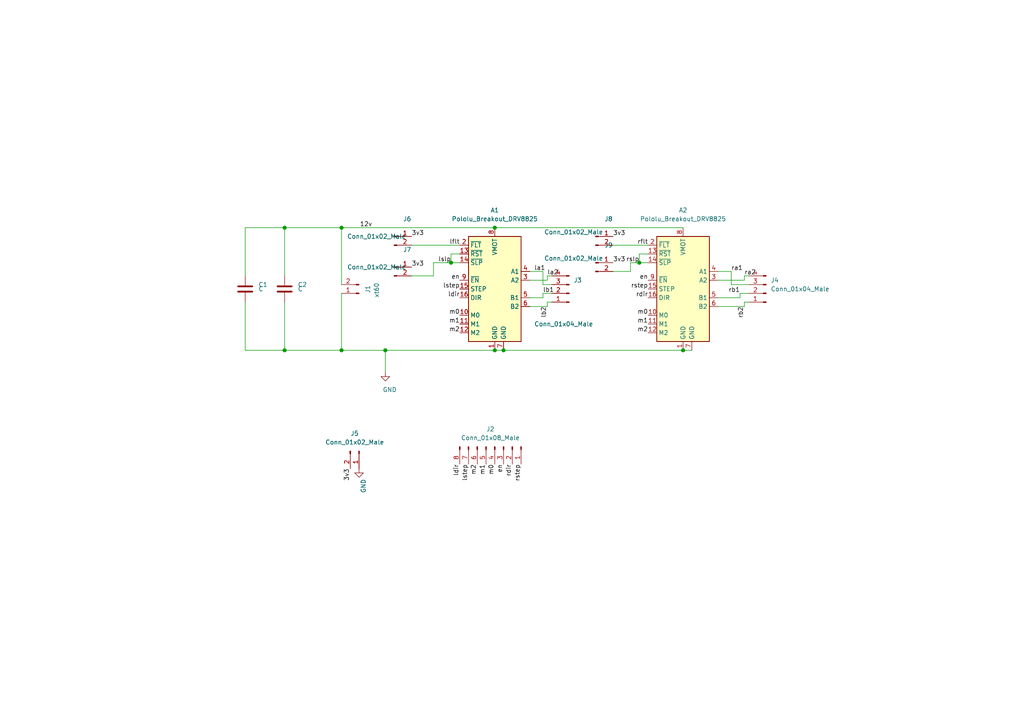
<source format=kicad_sch>
(kicad_sch (version 20201015) (generator eeschema)
  (page 1 1)
  (paper "A4")
  (lib_symbols
    (symbol "Connector:Conn_01x02_Male" (pin_names (offset 1.016) hide)
      (property "Reference" "J" (at 0 2.54 0))
      (property "Value" "Conn_01x02_Male" (at 0 -5.08 0))
      (symbol "Conn_01x02_Male_1_1"
        (rectangle (start 0.8636 -2.413) (end 0 -2.667) (stroke (width 0.1524)) (fill (type outline)))
        (rectangle (start 0.8636 0.127) (end 0 -0.127) (stroke (width 0.1524)) (fill (type outline)))
        (polyline (pts (xy 1.27 -2.54) (xy 0.8636 -2.54)) (stroke (width 0.1524)))
        (polyline (pts (xy 1.27 0) (xy 0.8636 0)) (stroke (width 0.1524)))
        (pin passive line (at 5.08 0 180) (length 3.81) (name "Pin_1") (number "1"))
        (pin passive line (at 5.08 -2.54 180) (length 3.81) (name "Pin_2") (number "2"))
      )
    )
    (symbol "Connector:Conn_01x04_Male" (pin_names (offset 1.016) hide)
      (property "Reference" "J" (at 0 5.08 0))
      (property "Value" "Conn_01x04_Male" (at 0 -7.62 0))
      (symbol "Conn_01x04_Male_1_1"
        (rectangle (start 0.8636 -4.953) (end 0 -5.207) (stroke (width 0.1524)) (fill (type outline)))
        (rectangle (start 0.8636 -2.413) (end 0 -2.667) (stroke (width 0.1524)) (fill (type outline)))
        (rectangle (start 0.8636 0.127) (end 0 -0.127) (stroke (width 0.1524)) (fill (type outline)))
        (rectangle (start 0.8636 2.667) (end 0 2.413) (stroke (width 0.1524)) (fill (type outline)))
        (polyline (pts (xy 1.27 -5.08) (xy 0.8636 -5.08)) (stroke (width 0.1524)))
        (polyline (pts (xy 1.27 -2.54) (xy 0.8636 -2.54)) (stroke (width 0.1524)))
        (polyline (pts (xy 1.27 0) (xy 0.8636 0)) (stroke (width 0.1524)))
        (polyline (pts (xy 1.27 2.54) (xy 0.8636 2.54)) (stroke (width 0.1524)))
        (pin passive line (at 5.08 2.54 180) (length 3.81) (name "Pin_1") (number "1"))
        (pin passive line (at 5.08 0 180) (length 3.81) (name "Pin_2") (number "2"))
        (pin passive line (at 5.08 -2.54 180) (length 3.81) (name "Pin_3") (number "3"))
        (pin passive line (at 5.08 -5.08 180) (length 3.81) (name "Pin_4") (number "4"))
      )
    )
    (symbol "Connector:Conn_01x08_Male" (pin_names (offset 1.016) hide)
      (property "Reference" "J" (at 0 10.16 0))
      (property "Value" "Conn_01x08_Male" (at 0 -12.7 0))
      (symbol "Conn_01x08_Male_1_1"
        (rectangle (start 0.8636 -10.033) (end 0 -10.287) (stroke (width 0.1524)) (fill (type outline)))
        (rectangle (start 0.8636 -7.493) (end 0 -7.747) (stroke (width 0.1524)) (fill (type outline)))
        (rectangle (start 0.8636 -4.953) (end 0 -5.207) (stroke (width 0.1524)) (fill (type outline)))
        (rectangle (start 0.8636 -2.413) (end 0 -2.667) (stroke (width 0.1524)) (fill (type outline)))
        (rectangle (start 0.8636 0.127) (end 0 -0.127) (stroke (width 0.1524)) (fill (type outline)))
        (rectangle (start 0.8636 2.667) (end 0 2.413) (stroke (width 0.1524)) (fill (type outline)))
        (rectangle (start 0.8636 5.207) (end 0 4.953) (stroke (width 0.1524)) (fill (type outline)))
        (rectangle (start 0.8636 7.747) (end 0 7.493) (stroke (width 0.1524)) (fill (type outline)))
        (polyline (pts (xy 1.27 -10.16) (xy 0.8636 -10.16)) (stroke (width 0.1524)))
        (polyline (pts (xy 1.27 -7.62) (xy 0.8636 -7.62)) (stroke (width 0.1524)))
        (polyline (pts (xy 1.27 -5.08) (xy 0.8636 -5.08)) (stroke (width 0.1524)))
        (polyline (pts (xy 1.27 -2.54) (xy 0.8636 -2.54)) (stroke (width 0.1524)))
        (polyline (pts (xy 1.27 0) (xy 0.8636 0)) (stroke (width 0.1524)))
        (polyline (pts (xy 1.27 2.54) (xy 0.8636 2.54)) (stroke (width 0.1524)))
        (polyline (pts (xy 1.27 5.08) (xy 0.8636 5.08)) (stroke (width 0.1524)))
        (polyline (pts (xy 1.27 7.62) (xy 0.8636 7.62)) (stroke (width 0.1524)))
        (pin passive line (at 5.08 7.62 180) (length 3.81) (name "Pin_1") (number "1"))
        (pin passive line (at 5.08 5.08 180) (length 3.81) (name "Pin_2") (number "2"))
        (pin passive line (at 5.08 2.54 180) (length 3.81) (name "Pin_3") (number "3"))
        (pin passive line (at 5.08 0 180) (length 3.81) (name "Pin_4") (number "4"))
        (pin passive line (at 5.08 -2.54 180) (length 3.81) (name "Pin_5") (number "5"))
        (pin passive line (at 5.08 -5.08 180) (length 3.81) (name "Pin_6") (number "6"))
        (pin passive line (at 5.08 -7.62 180) (length 3.81) (name "Pin_7") (number "7"))
        (pin passive line (at 5.08 -10.16 180) (length 3.81) (name "Pin_8") (number "8"))
      )
    )
    (symbol "Device:C" (pin_numbers hide) (pin_names (offset 0.254))
      (property "Reference" "C" (at 0.635 2.54 0))
      (property "Value" "C" (at 0.635 -2.54 0))
      (symbol "C_0_1"
        (polyline (pts (xy -2.032 -0.762) (xy 2.032 -0.762)) (stroke (width 0.508)))
        (polyline (pts (xy -2.032 0.762) (xy 2.032 0.762)) (stroke (width 0.508)))
      )
      (symbol "C_1_1"
        (pin passive line (at 0 3.81 270) (length 2.794) (name "~") (number "1"))
        (pin passive line (at 0 -3.81 90) (length 2.794) (name "~") (number "2"))
      )
    )
    (symbol "Driver_Motor:Pololu_Breakout_DRV8825"
      (property "Reference" "A" (at -2.54 16.51 0))
      (property "Value" "Pololu_Breakout_DRV8825" (at -2.54 13.97 0))
      (symbol "Pololu_Breakout_DRV8825_0_1"
        (rectangle (start 7.62 -17.78) (end -7.62 12.7) (stroke (width 0.254)) (fill (type background)))
      )
      (symbol "Pololu_Breakout_DRV8825_1_1"
        (pin power_in line (at 0 -20.32 90) (length 2.54) (name "GND") (number "1"))
        (pin input line (at -10.16 -10.16 0) (length 2.54) (name "M0") (number "10"))
        (pin input line (at -10.16 -12.7 0) (length 2.54) (name "M1") (number "11"))
        (pin input line (at -10.16 -15.24 0) (length 2.54) (name "M2") (number "12"))
        (pin input line (at -10.16 7.62 0) (length 2.54) (name "~RST") (number "13"))
        (pin input line (at -10.16 5.08 0) (length 2.54) (name "~SLP") (number "14"))
        (pin input line (at -10.16 -2.54 0) (length 2.54) (name "STEP") (number "15"))
        (pin input line (at -10.16 -5.08 0) (length 2.54) (name "DIR") (number "16"))
        (pin output line (at -10.16 10.16 0) (length 2.54) (name "~FLT") (number "2"))
        (pin output line (at 10.16 0 180) (length 2.54) (name "A2") (number "3"))
        (pin output line (at 10.16 2.54 180) (length 2.54) (name "A1") (number "4"))
        (pin output line (at 10.16 -5.08 180) (length 2.54) (name "B1") (number "5"))
        (pin output line (at 10.16 -7.62 180) (length 2.54) (name "B2") (number "6"))
        (pin power_in line (at 2.54 -20.32 90) (length 2.54) (name "GND") (number "7"))
        (pin power_in line (at 0 15.24 270) (length 2.54) (name "VMOT") (number "8"))
        (pin input line (at -10.16 0 0) (length 2.54) (name "~EN") (number "9"))
      )
    )
    (symbol "power:GND" (power) (pin_names (offset 0))
      (property "Value" "GND" (at 0 -3.81 0))
      (symbol "GND_0_1"
        (polyline (pts (xy 0 0) (xy 0 -1.27) (xy 1.27 -1.27) (xy 0 -2.54) (xy -1.27 -1.27) (xy 0 -1.27)))
      )
      (symbol "GND_1_1"
        (pin power_in line (at 0 0 270) (length 0) hide (name "GND") (number "1"))
      )
    )
  )
  (junction (at 82.55 66.04) (diameter 1.016))
  (junction (at 82.55 101.6) (diameter 1.016))
  (junction (at 99.06 66.04) (diameter 1.016))
  (junction (at 99.06 101.6) (diameter 1.016))
  (junction (at 111.76 101.6) (diameter 1.016))
  (junction (at 130.81 76.2) (diameter 1.016))
  (junction (at 143.51 66.04) (diameter 1.016))
  (junction (at 143.51 101.6) (diameter 1.016))
  (junction (at 146.05 101.6) (diameter 1.016))
  (junction (at 185.42 76.2) (diameter 1.016))
  (junction (at 198.12 101.6) (diameter 1.016))
  (wire (pts (xy 71.12 66.04) (xy 82.55 66.04)))
  (wire (pts (xy 71.12 80.01) (xy 71.12 66.04)))
  (wire (pts (xy 71.12 87.63) (xy 71.12 101.6)))
  (wire (pts (xy 71.12 101.6) (xy 82.55 101.6)))
  (wire (pts (xy 82.55 66.04) (xy 82.55 80.01)))
  (wire (pts (xy 82.55 66.04) (xy 99.06 66.04)))
  (wire (pts (xy 82.55 87.63) (xy 82.55 101.6)))
  (wire (pts (xy 82.55 101.6) (xy 99.06 101.6)))
  (wire (pts (xy 99.06 66.04) (xy 99.06 82.55)))
  (wire (pts (xy 99.06 66.04) (xy 143.51 66.04)))
  (wire (pts (xy 99.06 85.09) (xy 99.06 101.6)))
  (wire (pts (xy 99.06 101.6) (xy 111.76 101.6)))
  (wire (pts (xy 111.76 101.6) (xy 111.76 107.95)))
  (wire (pts (xy 111.76 101.6) (xy 143.51 101.6)))
  (wire (pts (xy 119.38 71.12) (xy 133.35 71.12)))
  (wire (pts (xy 119.38 80.01) (xy 125.73 80.01)))
  (wire (pts (xy 125.73 76.2) (xy 130.81 76.2)))
  (wire (pts (xy 125.73 80.01) (xy 125.73 76.2)))
  (wire (pts (xy 130.81 73.66) (xy 130.81 76.2)))
  (wire (pts (xy 130.81 73.66) (xy 133.35 73.66)))
  (wire (pts (xy 133.35 76.2) (xy 130.81 76.2)))
  (wire (pts (xy 143.51 66.04) (xy 198.12 66.04)))
  (wire (pts (xy 143.51 101.6) (xy 146.05 101.6)))
  (wire (pts (xy 146.05 101.6) (xy 198.12 101.6)))
  (wire (pts (xy 153.67 78.74) (xy 157.48 78.74)))
  (wire (pts (xy 153.67 88.9) (xy 158.75 88.9)))
  (wire (pts (xy 157.48 82.55) (xy 157.48 78.74)))
  (wire (pts (xy 157.48 82.55) (xy 160.02 82.55)))
  (wire (pts (xy 157.48 85.09) (xy 157.48 86.36)))
  (wire (pts (xy 157.48 86.36) (xy 153.67 86.36)))
  (wire (pts (xy 158.75 80.01) (xy 158.75 81.28)))
  (wire (pts (xy 158.75 81.28) (xy 153.67 81.28)))
  (wire (pts (xy 158.75 87.63) (xy 160.02 87.63)))
  (wire (pts (xy 158.75 88.9) (xy 158.75 87.63)))
  (wire (pts (xy 160.02 80.01) (xy 158.75 80.01)))
  (wire (pts (xy 160.02 85.09) (xy 157.48 85.09)))
  (wire (pts (xy 177.8 71.12) (xy 187.96 71.12)))
  (wire (pts (xy 177.8 78.74) (xy 182.88 78.74)))
  (wire (pts (xy 182.88 76.2) (xy 185.42 76.2)))
  (wire (pts (xy 182.88 78.74) (xy 182.88 76.2)))
  (wire (pts (xy 185.42 73.66) (xy 185.42 76.2)))
  (wire (pts (xy 185.42 73.66) (xy 187.96 73.66)))
  (wire (pts (xy 185.42 76.2) (xy 187.96 76.2)))
  (wire (pts (xy 198.12 101.6) (xy 200.66 101.6)))
  (wire (pts (xy 208.28 88.9) (xy 215.9 88.9)))
  (wire (pts (xy 212.09 78.74) (xy 208.28 78.74)))
  (wire (pts (xy 212.09 82.55) (xy 212.09 78.74)))
  (wire (pts (xy 212.09 82.55) (xy 217.17 82.55)))
  (wire (pts (xy 214.63 85.09) (xy 214.63 86.36)))
  (wire (pts (xy 214.63 86.36) (xy 208.28 86.36)))
  (wire (pts (xy 215.9 80.01) (xy 215.9 81.28)))
  (wire (pts (xy 215.9 81.28) (xy 208.28 81.28)))
  (wire (pts (xy 215.9 87.63) (xy 217.17 87.63)))
  (wire (pts (xy 215.9 88.9) (xy 215.9 87.63)))
  (wire (pts (xy 217.17 80.01) (xy 215.9 80.01)))
  (wire (pts (xy 217.17 85.09) (xy 214.63 85.09)))
  (label "3v3" (at 101.6 135.89 270))
  (label "12v" (at 107.95 66.04 180))
  (label "3v3" (at 119.38 68.58 0))
  (label "3v3" (at 119.38 77.47 0))
  (label "lslp" (at 130.81 76.2 180))
  (label "lflt" (at 133.35 71.12 180))
  (label "en" (at 133.35 81.28 180))
  (label "lstep" (at 133.35 83.82 180))
  (label "ldir" (at 133.35 86.36 180))
  (label "m0" (at 133.35 91.44 180))
  (label "m1" (at 133.35 93.98 180))
  (label "m2" (at 133.35 96.52 180))
  (label "ldir" (at 133.35 134.62 270))
  (label "lstep" (at 135.89 134.62 270))
  (label "m2" (at 138.43 134.62 270))
  (label "m1" (at 140.97 134.62 270))
  (label "m0" (at 143.51 134.62 270))
  (label "en" (at 146.05 134.62 270))
  (label "rdir" (at 148.59 134.62 270))
  (label "rstep" (at 151.13 134.62 270))
  (label "la1" (at 154.94 78.74 0))
  (label "lb1" (at 157.48 85.09 0))
  (label "la2" (at 158.75 80.01 0))
  (label "lb2" (at 158.75 88.9 270))
  (label "3v3" (at 177.8 68.58 0))
  (label "3v3" (at 177.8 76.2 0))
  (label "rslp" (at 185.42 76.2 180))
  (label "rflt" (at 187.96 71.12 180))
  (label "en" (at 187.96 81.28 180))
  (label "rstep" (at 187.96 83.82 180))
  (label "rdir" (at 187.96 86.36 180))
  (label "m0" (at 187.96 91.44 180))
  (label "m1" (at 187.96 93.98 180))
  (label "m2" (at 187.96 96.52 180))
  (label "ra1" (at 212.09 78.74 0))
  (label "rb1" (at 214.63 85.09 180))
  (label "ra2" (at 215.9 80.01 0))
  (label "rb2" (at 215.9 88.9 270))
  (symbol (lib_id "power:GND") (at 104.14 135.89 0) (unit 1)
    (property "Reference" "#PWR0101" (effects hide))
    (property "Value" "GND" (at 105.41 140.97 90))
  )
  (symbol (lib_id "power:GND") (at 111.76 107.95 0) (unit 1)
    (property "Reference" "#PWR01" (effects hide))
    (property "Value" "GND" (at 113.03 113.03 0))
  )
  (symbol (lib_id "Connector:Conn_01x02_Male") (at 104.14 85.09 180) (unit 1)
    (property "Reference" "J1" (at 106.68 85.09 90) (effects (justify right)))
    (property "Value" "xt60" (at 109.22 86.36 90) (effects (justify right)))
    (property "Footprint" "Connector_AMASS:AMASS_XT60-M_1x02_P7.20mm_Vertical" (effects hide))
  )
  (symbol (lib_id "Connector:Conn_01x02_Male") (at 104.14 130.81 270) (unit 1)
    (property "Reference" "J5" (at 102.87 125.73 90))
    (property "Value" "Conn_01x02_Male" (at 102.87 128.27 90))
    (property "Footprint" "Connector_PinHeader_2.54mm:PinHeader_1x02_P2.54mm_Vertical" (effects hide))
  )
  (symbol (lib_id "Connector:Conn_01x02_Male") (at 114.3 68.58 0) (unit 1)
    (property "Reference" "J6" (at 118.11 63.5 0))
    (property "Value" "Conn_01x02_Male" (at 109.22 68.58 0))
    (property "Footprint" "Connector_PinHeader_2.54mm:PinHeader_1x02_P2.54mm_Vertical" (effects hide))
  )
  (symbol (lib_id "Connector:Conn_01x02_Male") (at 114.3 77.47 0) (unit 1)
    (property "Reference" "J7" (at 118.11 72.39 0))
    (property "Value" "Conn_01x02_Male" (at 109.22 77.47 0))
    (property "Footprint" "Connector_PinHeader_2.54mm:PinHeader_1x02_P2.54mm_Vertical" (effects hide))
  )
  (symbol (lib_id "Connector:Conn_01x02_Male") (at 172.72 68.58 0) (unit 1)
    (property "Reference" "J8" (at 176.53 63.5 0))
    (property "Value" "Conn_01x02_Male" (at 166.37 67.31 0))
    (property "Footprint" "Connector_PinHeader_2.54mm:PinHeader_1x02_P2.54mm_Vertical" (effects hide))
  )
  (symbol (lib_id "Connector:Conn_01x02_Male") (at 172.72 76.2 0) (unit 1)
    (property "Reference" "J9" (at 176.53 71.12 0))
    (property "Value" "Conn_01x02_Male" (at 166.37 74.93 0))
    (property "Footprint" "Connector_PinHeader_2.54mm:PinHeader_1x02_P2.54mm_Vertical" (effects hide))
  )
  (symbol (lib_id "Device:C") (at 71.12 83.82 0) (unit 1)
    (property "Reference" "C1" (at 74.93 82.55 0) (effects (justify left)))
    (property "Value" "C" (at 74.93 83.82 0) (effects (justify left)))
    (property "Footprint" "Capacitor_THT:CP_Radial_D8.0mm_P2.50mm" (effects hide))
  )
  (symbol (lib_id "Device:C") (at 82.55 83.82 0) (unit 1)
    (property "Reference" "C2" (at 86.36 82.55 0) (effects (justify left)))
    (property "Value" "C" (at 86.36 83.82 0) (effects (justify left)))
    (property "Footprint" "Capacitor_THT:CP_Radial_D8.0mm_P2.50mm" (effects hide))
  )
  (symbol (lib_id "Connector:Conn_01x04_Male") (at 165.1 85.09 180) (unit 1)
    (property "Reference" "J3" (at 166.37 81.28 0) (effects (justify right)))
    (property "Value" "Conn_01x04_Male" (at 154.94 93.98 0) (effects (justify right)))
    (property "Footprint" "Connector_PinHeader_2.54mm:PinHeader_1x04_P2.54mm_Vertical" (effects hide))
  )
  (symbol (lib_id "Connector:Conn_01x04_Male") (at 222.25 85.09 180) (unit 1)
    (property "Reference" "J4" (at 223.52 81.28 0) (effects (justify right)))
    (property "Value" "Conn_01x04_Male" (at 223.52 83.82 0) (effects (justify right)))
    (property "Footprint" "Connector_PinHeader_2.54mm:PinHeader_1x04_P2.54mm_Vertical" (effects hide))
  )
  (symbol (lib_id "Connector:Conn_01x08_Male") (at 143.51 129.54 270) (unit 1)
    (property "Reference" "J2" (at 142.24 124.46 90))
    (property "Value" "Conn_01x08_Male" (at 142.24 127 90))
    (property "Footprint" "Connector_PinHeader_2.54mm:PinHeader_1x08_P2.54mm_Vertical" (effects hide))
  )
  (symbol (lib_id "Driver_Motor:Pololu_Breakout_DRV8825") (at 143.51 81.28 0) (unit 1)
    (property "Reference" "A1" (at 143.51 60.96 0))
    (property "Value" "Pololu_Breakout_DRV8825" (at 143.51 63.5 0))
    (property "Footprint" "Module:Pololu_Breakout-16_15.2x20.3mm" (effects hide))
    (property "Datasheet" "https://www.pololu.com/product/2982" (effects hide))
  )
  (symbol (lib_id "Driver_Motor:Pololu_Breakout_DRV8825") (at 198.12 81.28 0) (unit 1)
    (property "Reference" "A2" (at 198.12 60.96 0))
    (property "Value" "Pololu_Breakout_DRV8825" (at 198.12 63.5 0))
    (property "Footprint" "Module:Pololu_Breakout-16_15.2x20.3mm" (effects hide))
    (property "Datasheet" "https://www.pololu.com/product/2982" (effects hide))
  )
)
</source>
